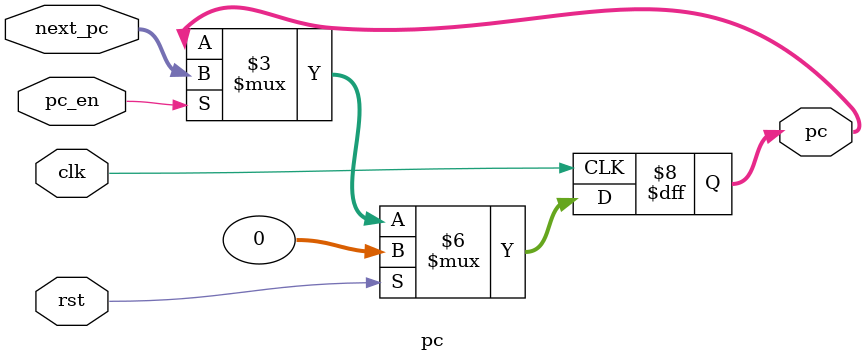
<source format=v>
module pc(
    input clk,
    input rst,
    input [31:0] next_pc,
    input pc_en,
    output reg [31:0] pc
);

    // Next PC Register
    always @(posedge clk ) begin
        if (rst) begin
            pc <= 32'h00000000; // Reset PC to 0
        end else if (pc_en) begin
            pc <= next_pc; // Update PC with the next value
        end else begin
            pc <= pc;
        end
    end

endmodule

</source>
